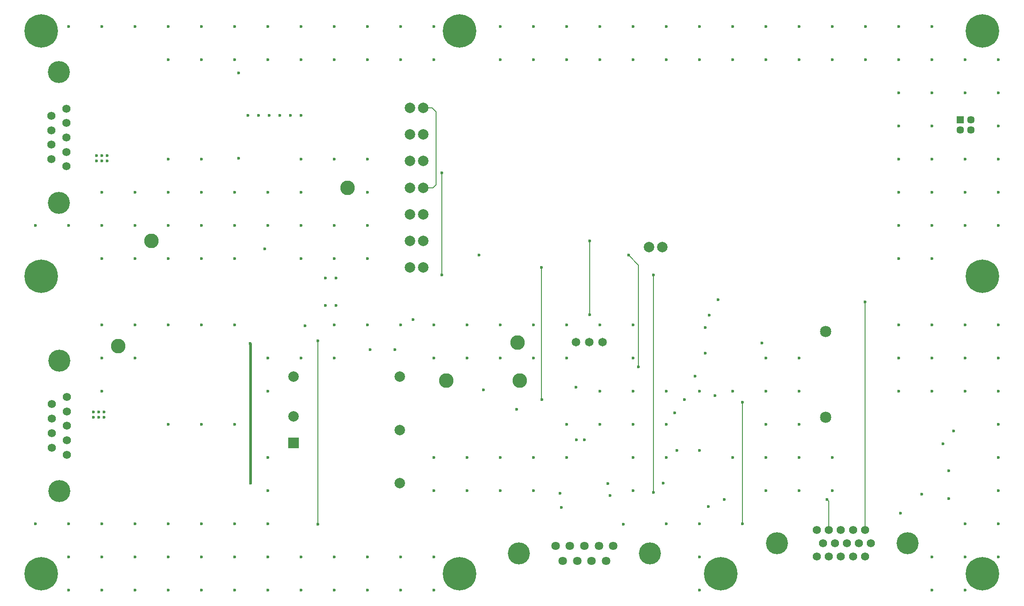
<source format=gbr>
%TF.GenerationSoftware,KiCad,Pcbnew,9.0.3*%
%TF.CreationDate,2025-09-16T12:03:33-04:00*%
%TF.ProjectId,6_COLD_TPC_HV,365f434f-4c44-45f5-9450-435f48562e6b,rev?*%
%TF.SameCoordinates,Original*%
%TF.FileFunction,Copper,L6,Inr*%
%TF.FilePolarity,Positive*%
%FSLAX46Y46*%
G04 Gerber Fmt 4.6, Leading zero omitted, Abs format (unit mm)*
G04 Created by KiCad (PCBNEW 9.0.3) date 2025-09-16 12:03:33*
%MOMM*%
%LPD*%
G01*
G04 APERTURE LIST*
%TA.AperFunction,ComponentPad*%
%ADD10C,2.800000*%
%TD*%
%TA.AperFunction,ComponentPad*%
%ADD11C,6.400000*%
%TD*%
%TA.AperFunction,ComponentPad*%
%ADD12C,2.159000*%
%TD*%
%TA.AperFunction,ComponentPad*%
%ADD13C,1.575000*%
%TD*%
%TA.AperFunction,ComponentPad*%
%ADD14C,4.216000*%
%TD*%
%TA.AperFunction,ComponentPad*%
%ADD15C,1.650000*%
%TD*%
%TA.AperFunction,ComponentPad*%
%ADD16C,2.000000*%
%TD*%
%TA.AperFunction,ComponentPad*%
%ADD17R,1.447800X1.447800*%
%TD*%
%TA.AperFunction,ComponentPad*%
%ADD18C,1.447800*%
%TD*%
%TA.AperFunction,ComponentPad*%
%ADD19C,1.635000*%
%TD*%
%TA.AperFunction,ComponentPad*%
%ADD20C,1.560000*%
%TD*%
%TA.AperFunction,ComponentPad*%
%ADD21R,2.000000X2.000000*%
%TD*%
%TA.AperFunction,ViaPad*%
%ADD22C,0.600000*%
%TD*%
%TA.AperFunction,Conductor*%
%ADD23C,0.200000*%
%TD*%
%TA.AperFunction,Conductor*%
%ADD24C,0.500000*%
%TD*%
G04 APERTURE END LIST*
D10*
%TO.N,/V_TELEM_RTN*%
%TO.C,GND1*%
X104730000Y-118410000D03*
%TD*%
D11*
%TO.N,GNDPWR*%
%TO.C,H3*%
X270000000Y-58000000D03*
%TD*%
%TO.N,GNDPWR*%
%TO.C,H2*%
X90000000Y-105000000D03*
%TD*%
D12*
%TO.N,Net-(P1-Pad1)*%
%TO.C,P1*%
X240000000Y-132049800D03*
%TD*%
D11*
%TO.N,GNDPWR*%
%TO.C,H6*%
X170000000Y-58000000D03*
%TD*%
D13*
%TO.N,/TEMP_0_Telem*%
%TO.C,J3*%
X247536000Y-153630000D03*
%TO.N,/TEMP_1_Telem*%
X245246000Y-153630000D03*
%TO.N,unconnected-(J3-Pad3)*%
X242956000Y-153630000D03*
%TO.N,/HV_I_MON_Telem*%
X240666000Y-153630000D03*
%TO.N,/HV_MON_Telem*%
X238376000Y-153630000D03*
%TO.N,/V3p3_RTN*%
X248681000Y-156170000D03*
X246391000Y-156170000D03*
X244101000Y-156170000D03*
X241811000Y-156170000D03*
X239521000Y-156170000D03*
%TO.N,unconnected-(J3-Pad11)*%
X247536000Y-158710000D03*
%TO.N,unconnected-(J3-Pad12)*%
X245246000Y-158710000D03*
%TO.N,unconnected-(J3-Pad13)*%
X242956000Y-158710000D03*
%TO.N,unconnected-(J3-Pad14)*%
X240666000Y-158710000D03*
%TO.N,unconnected-(J3-Pad15)*%
X238376000Y-158710000D03*
D14*
%TO.N,GNDPWR*%
X230715000Y-156170000D03*
X255705000Y-156170000D03*
%TD*%
D10*
%TO.N,/V3p3*%
%TO.C,V_{3.3V}1*%
X181560000Y-125020000D03*
%TD*%
D15*
%TO.N,/HV_SET_INT*%
%TO.C,J5*%
X197400000Y-117660000D03*
%TO.N,/Main_DCDC_Converter/HV_SET*%
X194860000Y-117660000D03*
%TO.N,/HV_SET_EXT*%
X192320000Y-117660000D03*
%TD*%
D11*
%TO.N,GNDPWR*%
%TO.C,H9*%
X270000000Y-105000000D03*
%TD*%
D16*
%TO.N,/Main_DCDC_Converter/V_RTN*%
%TO.C,U1*%
X160560000Y-72745000D03*
%TO.N,/Main_DCDC_Converter/V_IN*%
X160560000Y-77845000D03*
%TO.N,/HV_I_MON*%
X160560000Y-82945000D03*
%TO.N,/HV_EN*%
X160560000Y-88045000D03*
%TO.N,/V3p3_RTN*%
X160560000Y-93145000D03*
%TO.N,N/C*%
X160560000Y-98245000D03*
%TO.N,/5V_REF*%
X160560000Y-103345000D03*
%TO.N,/Main_DCDC_Converter/V_RTN*%
X163060000Y-72745000D03*
%TO.N,/Main_DCDC_Converter/V_IN*%
X163060000Y-77845000D03*
%TO.N,unconnected-(U1-NC-Pad10)*%
X163060000Y-82945000D03*
%TO.N,/Main_DCDC_Converter/V_RTN*%
X163060000Y-88045000D03*
%TO.N,Net-(U1-V_MODE)*%
X163060000Y-93145000D03*
%TO.N,/Main_DCDC_Converter/HV_SET*%
X163060000Y-98245000D03*
%TO.N,/HV_MON*%
X163060000Y-103345000D03*
%TO.N,/HV_RTN*%
X206260000Y-99445000D03*
X208760000Y-99445000D03*
%TD*%
D11*
%TO.N,GNDPWR*%
%TO.C,H8*%
X170000000Y-162000000D03*
%TD*%
%TO.N,GNDPWR*%
%TO.C,H4*%
X220000000Y-162000000D03*
%TD*%
D17*
%TO.N,/HV_RTN*%
%TO.C,J6*%
X265779999Y-75009999D03*
D18*
X265779999Y-77010000D03*
X267780000Y-75009999D03*
X267780000Y-77010000D03*
%TD*%
D11*
%TO.N,GNDPWR*%
%TO.C,H7*%
X270000000Y-162000000D03*
%TD*%
D19*
%TO.N,/SYNC_n+*%
%TO.C,J4*%
X199440000Y-156690000D03*
%TO.N,/Enable-*%
X196670000Y-156690000D03*
%TO.N,unconnected-(J4-Pad3)*%
X193900000Y-156690000D03*
%TO.N,/SCLK+*%
X191130000Y-156690000D03*
%TO.N,/Data_In-*%
X188360000Y-156690000D03*
%TO.N,/SYNC_n-*%
X198055000Y-159530000D03*
%TO.N,/Enable+*%
X195285000Y-159530000D03*
%TO.N,/SCLK-*%
X192515000Y-159530000D03*
%TO.N,/Data_In+*%
X189745000Y-159530000D03*
D14*
%TO.N,GNDPWR*%
X181400000Y-158110000D03*
X206400000Y-158110000D03*
%TD*%
D20*
%TO.N,/V_TELEM_RTN*%
%TO.C,J2*%
X94880000Y-128120000D03*
X94880000Y-130890000D03*
%TO.N,unconnected-(J2-Pad3)*%
X94880000Y-133660000D03*
%TO.N,/V_TELEM_RTN*%
X94880000Y-136430000D03*
X94880000Y-139200000D03*
%TO.N,/V_TELEM_IN*%
X92040000Y-129505000D03*
X92040000Y-132275000D03*
X92040000Y-135045000D03*
X92040000Y-137815000D03*
D14*
%TO.N,GNDPWR*%
X93460000Y-121160000D03*
X93460000Y-146160000D03*
%TD*%
D21*
%TO.N,/Telemetry_DCDC_Converter/V_POS*%
%TO.C,U4*%
X138247500Y-136930000D03*
D16*
%TO.N,/Telemetry_DCDC_Converter/V_RTN*%
X138247500Y-131830000D03*
%TO.N,/P5V*%
X158547500Y-144630000D03*
%TO.N,unconnected-(U4-COMMON-Pad4)*%
X158547500Y-134430000D03*
%TO.N,/V3p3_RTN*%
X158547500Y-124230000D03*
%TO.N,unconnected-(U4-REMOTE-Pad6)*%
X138247500Y-124230000D03*
%TD*%
D10*
%TO.N,/V3p3_RTN*%
%TO.C,V_{GND}1*%
X167490000Y-124990000D03*
%TD*%
%TO.N,/HV_SET_EXT*%
%TO.C,HV_SET_{-EXT}1*%
X181130000Y-117680000D03*
%TD*%
D11*
%TO.N,GNDPWR*%
%TO.C,H5*%
X90000000Y-162000000D03*
%TD*%
%TO.N,GNDPWR*%
%TO.C,H1*%
X90000000Y-58000000D03*
%TD*%
D20*
%TO.N,/V_SEC_RTN*%
%TO.C,J1*%
X94830000Y-72880000D03*
X94830000Y-75650000D03*
%TO.N,unconnected-(J1-Pad3)*%
X94830000Y-78420000D03*
%TO.N,/V_SEC_RTN*%
X94830000Y-81190000D03*
X94830000Y-83960000D03*
%TO.N,/V_SEC_IN*%
X91990000Y-74265000D03*
X91990000Y-77035000D03*
X91990000Y-79805000D03*
X91990000Y-82575000D03*
D14*
%TO.N,GNDPWR*%
X93410000Y-65920000D03*
X93410000Y-90920000D03*
%TD*%
D10*
%TO.N,/V_SEC_RTN*%
%TO.C,GND2*%
X111060000Y-98240000D03*
%TD*%
D12*
%TO.N,Net-(M3-Pad3)*%
%TO.C,P2*%
X240000000Y-115620000D03*
%TD*%
D10*
%TO.N,/HV_EN*%
%TO.C,V_{EN}1*%
X148590000Y-88075000D03*
%TD*%
D22*
%TO.N,/V_SEC_RTN*%
X101572000Y-81869000D03*
X273050000Y-95250000D03*
X254000000Y-88900000D03*
X184150000Y-57150000D03*
X266700000Y-95250000D03*
X228600000Y-57150000D03*
X254000000Y-76200000D03*
X133350000Y-88900000D03*
X146050000Y-63500000D03*
X146050000Y-101600000D03*
X120650000Y-101600000D03*
X228600000Y-63500000D03*
X139700000Y-95250000D03*
X120650000Y-82550000D03*
X203200000Y-63500000D03*
X133350000Y-57150000D03*
X234950000Y-57150000D03*
X266700000Y-69850000D03*
X133350000Y-63500000D03*
X260350000Y-63500000D03*
X152400000Y-95250000D03*
X101600000Y-88900000D03*
X137668000Y-74168000D03*
X222250000Y-63500000D03*
X139700000Y-74168000D03*
X273050000Y-63500000D03*
X254000000Y-69850000D03*
X209550000Y-57150000D03*
X131572000Y-74168000D03*
X101600000Y-101600000D03*
X133350000Y-95250000D03*
X114300000Y-88900000D03*
X100556000Y-81869000D03*
X254000000Y-82550000D03*
X132730000Y-99745000D03*
X177800000Y-57150000D03*
X247650000Y-57150000D03*
X241300000Y-57150000D03*
X152400000Y-101600000D03*
X120650000Y-95250000D03*
X215900000Y-63500000D03*
X127000000Y-63500000D03*
X102588000Y-81869000D03*
X139700000Y-101600000D03*
X260350000Y-57150000D03*
X139700000Y-82550000D03*
X152400000Y-63500000D03*
X95250000Y-57150000D03*
X146360000Y-105350000D03*
X120650000Y-63500000D03*
X114300000Y-101600000D03*
X254000000Y-95250000D03*
X260350000Y-76200000D03*
X146050000Y-82550000D03*
X254000000Y-101600000D03*
X139700000Y-63500000D03*
X139700000Y-57150000D03*
X260350000Y-88900000D03*
X152400000Y-88900000D03*
X209550000Y-63500000D03*
X254000000Y-63500000D03*
X100556000Y-82885000D03*
X254000000Y-57150000D03*
X234950000Y-63500000D03*
X120650000Y-57150000D03*
X273050000Y-76200000D03*
X135636000Y-74168000D03*
X215900000Y-57150000D03*
X129540000Y-74168000D03*
X114300000Y-63500000D03*
X266700000Y-88900000D03*
X260350000Y-95250000D03*
X102588000Y-82885000D03*
X273050000Y-88900000D03*
X247650000Y-63500000D03*
X152400000Y-82550000D03*
X146050000Y-95250000D03*
X107950000Y-101600000D03*
X107950000Y-95250000D03*
X260350000Y-69850000D03*
X101572000Y-82885000D03*
X114300000Y-82550000D03*
X158750000Y-63500000D03*
X101600000Y-57150000D03*
X146050000Y-57150000D03*
X241300000Y-63500000D03*
X127000000Y-95250000D03*
X127000000Y-57150000D03*
X158750000Y-57150000D03*
X88900000Y-95250000D03*
X184150000Y-63500000D03*
X260350000Y-82550000D03*
X127000000Y-101600000D03*
X107950000Y-88900000D03*
X260350000Y-101600000D03*
X114300000Y-57150000D03*
X196850000Y-57150000D03*
X266700000Y-63500000D03*
X266700000Y-82550000D03*
X114300000Y-95250000D03*
X133604000Y-74168000D03*
X190500000Y-57150000D03*
X273050000Y-82550000D03*
X196850000Y-63500000D03*
X144390000Y-105350000D03*
X127000000Y-88900000D03*
X95250000Y-95250000D03*
X139700000Y-88900000D03*
X152400000Y-57150000D03*
X190500000Y-63500000D03*
X273050000Y-69850000D03*
X165100000Y-63500000D03*
X177800000Y-63500000D03*
X203200000Y-57150000D03*
X120650000Y-88900000D03*
X165100000Y-57150000D03*
X101600000Y-95250000D03*
X107950000Y-57150000D03*
X222250000Y-57150000D03*
%TO.N,GNDPWR*%
X152908000Y-119070000D03*
X127780000Y-66095000D03*
X127770000Y-82395000D03*
%TO.N,/V3p3*%
X198385000Y-144740000D03*
X216980000Y-114810000D03*
X263560000Y-147630000D03*
X174550000Y-126740000D03*
X189205000Y-146580000D03*
X215935000Y-138383800D03*
%TO.N,/V3p3_RTN*%
X218895000Y-127873800D03*
X227840000Y-117770000D03*
X157660000Y-119080000D03*
X211565000Y-138393800D03*
X180910000Y-130470000D03*
X217605000Y-149123800D03*
X258380000Y-146770000D03*
X217735000Y-112490000D03*
X198775000Y-147000000D03*
X161115000Y-113270000D03*
X215090000Y-124100000D03*
X264510000Y-134640000D03*
X263570000Y-142250000D03*
X211155000Y-131183800D03*
X208935000Y-144593800D03*
X193915000Y-136350000D03*
X216980000Y-119770000D03*
X189455000Y-149310000D03*
%TO.N,/V_TELEM_RTN*%
X260350000Y-158750000D03*
X102000000Y-131000000D03*
X127000000Y-165100000D03*
X114300000Y-114300000D03*
X107950000Y-158750000D03*
X190500000Y-114300000D03*
X146050000Y-114300000D03*
X192300000Y-126260000D03*
X127000000Y-158750000D03*
X184150000Y-146050000D03*
X171450000Y-120650000D03*
X273050000Y-158750000D03*
X152400000Y-158750000D03*
X222250000Y-127000000D03*
X177800000Y-146050000D03*
X139700000Y-120650000D03*
X190500000Y-120650000D03*
X101600000Y-114300000D03*
X127000000Y-133350000D03*
X100000000Y-131000000D03*
X273050000Y-133350000D03*
X144400000Y-110600000D03*
X209550000Y-127000000D03*
X120650000Y-133350000D03*
X139700000Y-165100000D03*
X241300000Y-139700000D03*
X273050000Y-139700000D03*
X273050000Y-146050000D03*
X133350000Y-158750000D03*
X234950000Y-139700000D03*
X114300000Y-158750000D03*
X101600000Y-152400000D03*
X254000000Y-120650000D03*
X139700000Y-158750000D03*
X146050000Y-165100000D03*
X158750000Y-114300000D03*
X100000000Y-132000000D03*
X196850000Y-133350000D03*
X234950000Y-120650000D03*
X254000000Y-114300000D03*
X228600000Y-146050000D03*
X101600000Y-127000000D03*
X133350000Y-127000000D03*
X203200000Y-127000000D03*
X234950000Y-133350000D03*
X133350000Y-146050000D03*
X101000000Y-131000000D03*
X266700000Y-127000000D03*
X95250000Y-158750000D03*
X215900000Y-158750000D03*
X102000000Y-132000000D03*
X266700000Y-158750000D03*
X146050000Y-120650000D03*
X101600000Y-120650000D03*
X177800000Y-120650000D03*
X133350000Y-152400000D03*
X266700000Y-152400000D03*
X120650000Y-114300000D03*
X171450000Y-139700000D03*
X266700000Y-165100000D03*
X273050000Y-120650000D03*
X101000000Y-132000000D03*
X171450000Y-146050000D03*
X215900000Y-127000000D03*
X114300000Y-165100000D03*
X241300000Y-146050000D03*
X260350000Y-127000000D03*
X165100000Y-120650000D03*
X215900000Y-152400000D03*
X171450000Y-114300000D03*
X228600000Y-127000000D03*
X165100000Y-158750000D03*
X107950000Y-152400000D03*
X158750000Y-158750000D03*
X215900000Y-165100000D03*
X127000000Y-114300000D03*
X209550000Y-139700000D03*
X228600000Y-139700000D03*
X146360000Y-110600000D03*
X254000000Y-127000000D03*
X165100000Y-139700000D03*
X234950000Y-127000000D03*
X120650000Y-152400000D03*
X107950000Y-120650000D03*
X133350000Y-120650000D03*
X190500000Y-139700000D03*
X177800000Y-139700000D03*
X260350000Y-165100000D03*
X133350000Y-165100000D03*
X133350000Y-139700000D03*
X196850000Y-127000000D03*
X95250000Y-152400000D03*
X165100000Y-165100000D03*
X120650000Y-158750000D03*
X190500000Y-133350000D03*
X152400000Y-165100000D03*
X260350000Y-114300000D03*
X107950000Y-165100000D03*
X184150000Y-114300000D03*
X203200000Y-114300000D03*
X273050000Y-114300000D03*
X203200000Y-133350000D03*
X228600000Y-120650000D03*
X165100000Y-114300000D03*
X273050000Y-152400000D03*
X158750000Y-165100000D03*
X101600000Y-158750000D03*
X203200000Y-146050000D03*
X273050000Y-127000000D03*
X114300000Y-152400000D03*
X101600000Y-165100000D03*
X260350000Y-120650000D03*
X177800000Y-114300000D03*
X222250000Y-139700000D03*
X127000000Y-152400000D03*
X203200000Y-120650000D03*
X140500000Y-114475000D03*
X114300000Y-133350000D03*
X266700000Y-114300000D03*
X209550000Y-133350000D03*
X234950000Y-146050000D03*
X152400000Y-114300000D03*
X184150000Y-139700000D03*
X196850000Y-114300000D03*
X203200000Y-139700000D03*
X165100000Y-146050000D03*
X228600000Y-133350000D03*
X266700000Y-120650000D03*
X95250000Y-165100000D03*
X209550000Y-152400000D03*
X146050000Y-158750000D03*
X120650000Y-165100000D03*
X184150000Y-120650000D03*
X88900000Y-152400000D03*
X107950000Y-114300000D03*
%TO.N,/P5V*%
X129950000Y-117870000D03*
X262450000Y-137070000D03*
X254360000Y-150400000D03*
X130040000Y-144630000D03*
X192365000Y-136340000D03*
%TO.N,/5V_REF*%
X173720000Y-100945000D03*
X204240000Y-122350000D03*
X202320000Y-100950000D03*
%TO.N,/HV_I_MON_Telem*%
X240331193Y-147760234D03*
X220625000Y-147778800D03*
%TO.N,/HV_MON_Telem*%
X224130000Y-129170000D03*
X224130000Y-152390000D03*
%TO.N,/TEMP_0_Telem*%
X247610000Y-109880000D03*
X219470000Y-109500000D03*
%TO.N,/Enable_SIG*%
X201380000Y-152530000D03*
X142910000Y-117340000D03*
X142910000Y-152530000D03*
%TO.N,/HV_MON*%
X185780000Y-128650000D03*
X185710000Y-103320000D03*
X213060000Y-128650000D03*
%TO.N,/HV_I_MON*%
X166640000Y-104760000D03*
X207130000Y-146440000D03*
X207130000Y-104760000D03*
X166630000Y-85230000D03*
%TO.N,/Main_DCDC_Converter/HV_SET*%
X194920000Y-98220000D03*
X194910000Y-112380000D03*
%TD*%
D23*
%TO.N,/Main_DCDC_Converter/V_RTN*%
X165500000Y-73500000D02*
X164745000Y-72745000D01*
X165500000Y-87500000D02*
X165500000Y-73500000D01*
X164745000Y-72745000D02*
X163060000Y-72745000D01*
X163060000Y-88045000D02*
X164955000Y-88045000D01*
X164955000Y-88045000D02*
X165500000Y-87500000D01*
D24*
%TO.N,/P5V*%
X130040000Y-144630000D02*
X130040000Y-117960000D01*
X130040000Y-117960000D02*
X129950000Y-117870000D01*
D23*
%TO.N,/5V_REF*%
X204240000Y-102870000D02*
X202320000Y-100950000D01*
X204240000Y-122350000D02*
X204240000Y-102870000D01*
%TO.N,/HV_I_MON_Telem*%
X240331193Y-147760234D02*
X240666000Y-148095041D01*
X240666000Y-148095041D02*
X240666000Y-153630000D01*
%TO.N,/HV_MON_Telem*%
X224130000Y-129170000D02*
X224130000Y-152390000D01*
%TO.N,/TEMP_0_Telem*%
X247610000Y-109880000D02*
X247536000Y-109954000D01*
X247536000Y-109954000D02*
X247536000Y-153630000D01*
%TO.N,/Enable_SIG*%
X142910000Y-152530000D02*
X142910000Y-117340000D01*
%TO.N,/HV_MON*%
X185780000Y-128650000D02*
X185710000Y-128580000D01*
X185710000Y-128580000D02*
X185710000Y-103320000D01*
%TO.N,/HV_I_MON*%
X207130000Y-146440000D02*
X207130000Y-104760000D01*
X166640000Y-104760000D02*
X166640000Y-85240000D01*
X166640000Y-85240000D02*
X166630000Y-85230000D01*
%TO.N,/Main_DCDC_Converter/HV_SET*%
X194910000Y-112380000D02*
X194910000Y-98230000D01*
X194910000Y-98230000D02*
X194920000Y-98220000D01*
%TD*%
M02*

</source>
